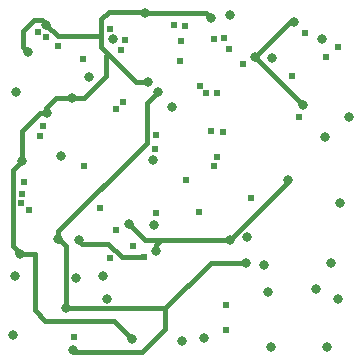
<source format=gbr>
G04 #@! TF.FileFunction,Copper,L3,Inr,Plane*
%FSLAX46Y46*%
G04 Gerber Fmt 4.6, Leading zero omitted, Abs format (unit mm)*
G04 Created by KiCad (PCBNEW (2014-12-04 BZR 5312)-product) date St 22. apríl 2015, 11:14:28 CEST*
%MOMM*%
G01*
G04 APERTURE LIST*
%ADD10C,0.100000*%
%ADD11C,0.609600*%
%ADD12C,0.812800*%
%ADD13C,0.406400*%
G04 APERTURE END LIST*
D10*
D11*
X235940600Y-70993000D03*
X214397910Y-67329277D03*
D12*
X220810004Y-67891530D03*
X234247571Y-69491206D03*
D11*
X226872800Y-66751200D03*
D12*
X238480600Y-67868800D03*
X230708200Y-65887600D03*
X218719400Y-71120000D03*
X216392202Y-77800220D03*
X224231200Y-83616800D03*
X225757212Y-73662012D03*
X217680398Y-88087200D03*
X220252495Y-89865197D03*
X219899602Y-87940000D03*
X212344000Y-92964000D03*
X224154379Y-78107739D03*
X212598000Y-72390000D03*
D11*
X229362000Y-78638400D03*
D12*
X237998000Y-89079202D03*
X234152591Y-93980000D03*
X238887000Y-93980000D03*
X233531517Y-87045810D03*
X232091463Y-84644463D03*
X226618800Y-93497400D03*
X238741150Y-76212684D03*
X240030000Y-81762600D03*
X212435440Y-87985600D03*
D11*
X224356779Y-77216019D03*
X232436801Y-81356140D03*
D12*
X217279602Y-72923400D03*
X222389700Y-93291660D03*
D11*
X239801400Y-68581798D03*
D12*
X215163400Y-74193400D03*
X222091472Y-83527693D03*
X224409000Y-85877400D03*
X236093000Y-66446400D03*
X229031800Y-66116200D03*
X223494600Y-65709800D03*
X215143581Y-66679617D03*
X213588600Y-68986400D03*
D11*
X229559133Y-77849866D03*
D12*
X235585000Y-79832200D03*
X240741200Y-74523600D03*
X236880400Y-73456800D03*
X232816400Y-69392800D03*
X230678520Y-84907920D03*
X223732442Y-71546691D03*
X213080600Y-78206600D03*
X212928190Y-86055200D03*
X217406220Y-94183200D03*
X216128600Y-84785200D03*
X216763600Y-90678000D03*
X224566499Y-72359501D03*
X232049309Y-86837509D03*
X239268000Y-86842600D03*
X233934000Y-89281000D03*
X228447600Y-93190060D03*
D11*
X218338400Y-78612970D03*
X230047005Y-75768887D03*
X229108000Y-75692000D03*
X214579200Y-76073000D03*
X221615000Y-73228200D03*
X224385512Y-75996779D03*
X214833200Y-75234800D03*
X221053921Y-73843259D03*
X226923600Y-79832200D03*
X224409000Y-82600800D03*
X217449400Y-93091000D03*
X220497400Y-67005200D03*
X225922612Y-66725800D03*
X226491800Y-68072000D03*
X231775000Y-70002400D03*
X226466400Y-69748380D03*
X230627598Y-68739826D03*
X237032800Y-67360800D03*
X228117400Y-71831200D03*
X228679372Y-72494634D03*
X229590600Y-72466200D03*
X236499400Y-74523600D03*
X221056200Y-84048600D03*
X238785400Y-69392800D03*
X230378000Y-92514422D03*
X230352600Y-90449400D03*
X228066600Y-82499200D03*
X219710000Y-82169010D03*
X213672599Y-82376910D03*
X213013062Y-81811739D03*
X213054418Y-80999990D03*
X213200067Y-79992208D03*
X216121771Y-68471571D03*
X221411800Y-68808600D03*
X221818200Y-67995800D03*
X218236770Y-69621400D03*
X223393000Y-86360000D03*
D12*
X217855796Y-84949906D03*
D11*
X222478600Y-85445600D03*
X220548200Y-86461600D03*
D12*
X239852200Y-89916000D03*
D11*
X215112600Y-67716400D03*
X229285800Y-67868800D03*
X230139792Y-67835504D03*
D13*
X217279602Y-72923400D02*
X218316389Y-72923400D01*
X220370400Y-69164190D02*
X220192600Y-69341990D01*
X220192600Y-69341990D02*
X220192600Y-71047189D01*
X215138000Y-73761600D02*
X215163400Y-73787000D01*
X220192600Y-71047189D02*
X218316389Y-72923400D01*
X218316389Y-72923400D02*
X215976200Y-72923400D01*
X215976200Y-72923400D02*
X215138000Y-73761600D01*
X215163400Y-73787000D02*
X215163400Y-74193400D01*
X222389700Y-93291660D02*
X220840300Y-91742260D01*
X220840300Y-91742260D02*
X215048082Y-91742260D01*
X212928190Y-86055200D02*
X214137240Y-86055200D01*
X214137240Y-86055200D02*
X214137240Y-90831418D01*
X214137240Y-90831418D02*
X215048082Y-91742260D01*
X214588664Y-74193400D02*
X215163400Y-74193400D01*
X213080600Y-78206600D02*
X213080600Y-75701464D01*
X213080600Y-75701464D02*
X214588664Y-74193400D01*
X222497871Y-83934092D02*
X222091472Y-83527693D01*
X223471699Y-84907920D02*
X222497871Y-83934092D01*
X224711845Y-84907920D02*
X223471699Y-84907920D01*
X219760800Y-67644971D02*
X219760800Y-66231686D01*
X219772314Y-66231686D02*
X220421200Y-65582800D01*
X219760800Y-66231686D02*
X219772314Y-66231686D01*
X220421200Y-65582800D02*
X223367600Y-65582800D01*
X223367600Y-65582800D02*
X223494600Y-65709800D01*
X230678520Y-84907920D02*
X224711845Y-84907920D01*
X224409000Y-85877400D02*
X224409000Y-85302664D01*
X224409000Y-85302664D02*
X224711845Y-84999819D01*
X224711845Y-84999819D02*
X224711845Y-84907920D01*
X215143581Y-66679617D02*
X214737182Y-66273218D01*
X213182201Y-68580001D02*
X213588600Y-68986400D01*
X214737182Y-66273218D02*
X214086410Y-66273218D01*
X214086410Y-66273218D02*
X213182201Y-67177427D01*
X213182201Y-67177427D02*
X213182201Y-68580001D01*
X219760800Y-67644971D02*
X219760800Y-68554590D01*
X219760800Y-67644971D02*
X216108935Y-67644971D01*
X216108935Y-67644971D02*
X215143581Y-66679617D01*
X229031800Y-66116200D02*
X228625400Y-65709800D01*
X228625400Y-65709800D02*
X228396800Y-65709800D01*
X228396800Y-65709800D02*
X223494600Y-65709800D01*
X232816400Y-69392800D02*
X235762800Y-66446400D01*
X235762800Y-66446400D02*
X236093000Y-66446400D01*
X236880400Y-73456800D02*
X232816400Y-69392800D01*
X235585000Y-80001440D02*
X235585000Y-79832200D01*
X230678520Y-84907920D02*
X235585000Y-80001440D01*
X222752901Y-71546691D02*
X223732442Y-71546691D01*
X220370400Y-69164190D02*
X222752901Y-71546691D01*
X212674201Y-78612999D02*
X213080600Y-78206600D01*
X212301861Y-78985339D02*
X212674201Y-78612999D01*
X212301861Y-85428871D02*
X212301861Y-78985339D01*
X212928190Y-86055200D02*
X212301861Y-85428871D01*
X219964001Y-68757791D02*
X220370400Y-69164190D01*
X219760800Y-68554590D02*
X219964001Y-68757791D01*
X223268540Y-94350840D02*
X217573860Y-94350840D01*
X217573860Y-94350840D02*
X217406220Y-94183200D01*
X223268540Y-94350840D02*
X225196400Y-92422980D01*
X225196400Y-92422980D02*
X225196400Y-90678000D01*
X216763600Y-85420200D02*
X216534999Y-85191599D01*
X216128600Y-84210464D02*
X216128600Y-84785200D01*
X216128600Y-84185064D02*
X216128600Y-84210464D01*
X223645578Y-73280422D02*
X223645578Y-76668086D01*
X216534999Y-85191599D02*
X216128600Y-84785200D01*
X216763600Y-90678000D02*
X216763600Y-85420200D01*
X224566499Y-72359501D02*
X223645578Y-73280422D01*
X223645578Y-76668086D02*
X216128600Y-84185064D01*
X225196400Y-90678000D02*
X229036891Y-86837509D01*
X216763600Y-90678000D02*
X225196400Y-90678000D01*
X231474573Y-86837509D02*
X232049309Y-86837509D01*
X229036891Y-86837509D02*
X231474573Y-86837509D01*
X221499177Y-86359999D02*
X222961948Y-86360000D01*
X222961948Y-86360000D02*
X223393000Y-86360000D01*
X221499177Y-86359999D02*
X220381578Y-85242400D01*
X218148290Y-85242400D02*
X217855796Y-84949906D01*
X220381578Y-85242400D02*
X218148290Y-85242400D01*
M02*

</source>
